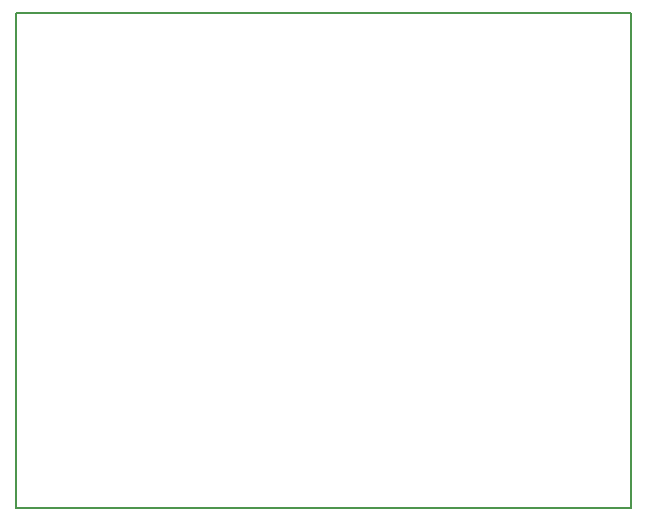
<source format=gbr>
G04 #@! TF.FileFunction,Profile,NP*
%FSLAX46Y46*%
G04 Gerber Fmt 4.6, Leading zero omitted, Abs format (unit mm)*
G04 Created by KiCad (PCBNEW 4.0.7) date Sunday, September 16, 2018 'AMt' 08:41:20 AM*
%MOMM*%
%LPD*%
G01*
G04 APERTURE LIST*
%ADD10C,0.100000*%
%ADD11C,0.150000*%
G04 APERTURE END LIST*
D10*
D11*
X128270000Y-57150000D02*
X128270000Y-99060000D01*
X180340000Y-57150000D02*
X180340000Y-99060000D01*
X128270000Y-99060000D02*
X180340000Y-99060000D01*
X128270000Y-57150000D02*
X180340000Y-57150000D01*
M02*

</source>
